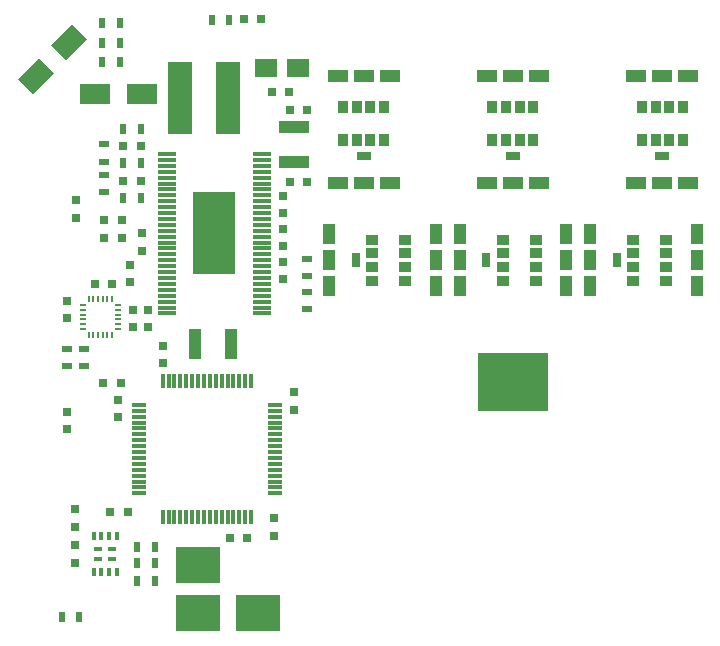
<source format=gtp>
G04 #@! TF.GenerationSoftware,KiCad,Pcbnew,(5.1.5-0)*
G04 #@! TF.CreationDate,2020-05-03T08:20:05+08:00*
G04 #@! TF.ProjectId,VESC_6,56455343-5f36-42e6-9b69-6361645f7063,A*
G04 #@! TF.SameCoordinates,Original*
G04 #@! TF.FileFunction,Paste,Top*
G04 #@! TF.FilePolarity,Positive*
%FSLAX46Y46*%
G04 Gerber Fmt 4.6, Leading zero omitted, Abs format (unit mm)*
G04 Created by KiCad (PCBNEW (5.1.5-0)) date 2020-05-03 08:20:05*
%MOMM*%
%LPD*%
G04 APERTURE LIST*
%ADD10R,3.810000X3.048000*%
%ADD11R,2.000000X6.200000*%
%ADD12R,1.699260X1.099820*%
%ADD13R,0.850900X1.099820*%
%ADD14R,1.300480X0.701040*%
%ADD15R,1.099820X1.699260*%
%ADD16R,1.099820X0.850900*%
%ADD17R,0.701040X1.300480*%
%ADD18R,0.800000X0.750000*%
%ADD19O,0.200000X0.550000*%
%ADD20O,0.550000X0.200000*%
%ADD21R,2.500000X1.800000*%
%ADD22R,0.750000X0.800000*%
%ADD23R,1.501140X0.299720*%
%ADD24R,3.599180X7.000240*%
%ADD25R,0.304800X1.193800*%
%ADD26R,1.193800X0.304800*%
%ADD27C,0.100000*%
%ADD28R,0.350000X0.650000*%
%ADD29R,0.720000X0.465000*%
%ADD30R,1.950000X1.500000*%
%ADD31R,1.000000X2.500000*%
%ADD32R,2.500000X1.000000*%
%ADD33R,0.500000X0.900000*%
%ADD34R,0.900000X0.500000*%
%ADD35R,6.000000X5.000000*%
G04 APERTURE END LIST*
D10*
X131064000Y-102235000D03*
X131064000Y-106299000D03*
X136144000Y-106299000D03*
D11*
X133572000Y-62738000D03*
X129572000Y-62738000D03*
D12*
X155534360Y-60906660D03*
X159933640Y-60906660D03*
X157734000Y-60906660D03*
X159933640Y-69905880D03*
X155534360Y-69905880D03*
X157734000Y-69905880D03*
D13*
X159463740Y-63454280D03*
X159463740Y-66255900D03*
X156004260Y-63454280D03*
X156004260Y-66255900D03*
X157154880Y-63454280D03*
X158313120Y-63454280D03*
X158313120Y-66255900D03*
X157154880Y-66255900D03*
D14*
X157734000Y-67655440D03*
D15*
X162219340Y-74254360D03*
X162219340Y-78653640D03*
X162219340Y-76454000D03*
X153220120Y-78653640D03*
X153220120Y-74254360D03*
X153220120Y-76454000D03*
D16*
X159671720Y-78183740D03*
X156870100Y-78183740D03*
X159671720Y-74724260D03*
X156870100Y-74724260D03*
X159671720Y-75874880D03*
X159671720Y-77033120D03*
X156870100Y-77033120D03*
X156870100Y-75874880D03*
D17*
X155470560Y-76454000D03*
D12*
X168193360Y-60906660D03*
X172592640Y-60906660D03*
X170393000Y-60906660D03*
X172592640Y-69905880D03*
X168193360Y-69905880D03*
X170393000Y-69905880D03*
D13*
X172122740Y-63454280D03*
X172122740Y-66255900D03*
X168663260Y-63454280D03*
X168663260Y-66255900D03*
X169813880Y-63454280D03*
X170972120Y-63454280D03*
X170972120Y-66255900D03*
X169813880Y-66255900D03*
D14*
X170393000Y-67655440D03*
D15*
X173281340Y-74254360D03*
X173281340Y-78653640D03*
X173281340Y-76454000D03*
X164282120Y-78653640D03*
X164282120Y-74254360D03*
X164282120Y-76454000D03*
D16*
X170733720Y-78183740D03*
X167932100Y-78183740D03*
X170733720Y-74724260D03*
X167932100Y-74724260D03*
X170733720Y-75874880D03*
X170733720Y-77033120D03*
X167932100Y-77033120D03*
X167932100Y-75874880D03*
D17*
X166532560Y-76454000D03*
D12*
X142887360Y-60906660D03*
X147286640Y-60906660D03*
X145087000Y-60906660D03*
X147286640Y-69905880D03*
X142887360Y-69905880D03*
X145087000Y-69905880D03*
D13*
X146816740Y-63454280D03*
X146816740Y-66255900D03*
X143357260Y-63454280D03*
X143357260Y-66255900D03*
X144507880Y-63454280D03*
X145666120Y-63454280D03*
X145666120Y-66255900D03*
X144507880Y-66255900D03*
D14*
X145087000Y-67655440D03*
D15*
X151183340Y-74254360D03*
X151183340Y-78653640D03*
X151183340Y-76454000D03*
X142184120Y-78653640D03*
X142184120Y-74254360D03*
X142184120Y-76454000D03*
D16*
X148635720Y-78183740D03*
X145834100Y-78183740D03*
X148635720Y-74724260D03*
X145834100Y-74724260D03*
X148635720Y-75874880D03*
X148635720Y-77033120D03*
X145834100Y-77033120D03*
X145834100Y-75874880D03*
D17*
X144434560Y-76454000D03*
D18*
X123646500Y-97746000D03*
X125146500Y-97746000D03*
D19*
X121809000Y-82780000D03*
X122209000Y-82780000D03*
X122609000Y-82780000D03*
X123009000Y-82780000D03*
X123409000Y-82780000D03*
X123809000Y-82780000D03*
D20*
X124309000Y-82280000D03*
X124309000Y-81880000D03*
X124309000Y-81480000D03*
X124309000Y-81080000D03*
X124309000Y-80680000D03*
X124309000Y-80280000D03*
D19*
X123809000Y-79780000D03*
X123409000Y-79780000D03*
X123009000Y-79780000D03*
X122609000Y-79780000D03*
X122209000Y-79780000D03*
X121809000Y-79780000D03*
D20*
X121309000Y-80280000D03*
X121309000Y-80680000D03*
X121309000Y-81080000D03*
X121309000Y-81480000D03*
X121309000Y-81880000D03*
X121309000Y-82280000D03*
D21*
X126333000Y-62357000D03*
X122333000Y-62357000D03*
D22*
X120015000Y-81395000D03*
X120015000Y-79895000D03*
D23*
X136461500Y-76471780D03*
X136461500Y-75971400D03*
X136461500Y-75471020D03*
X136461500Y-74970640D03*
X136461500Y-74470260D03*
X136461500Y-73972420D03*
X136461500Y-73472040D03*
X136461500Y-72971660D03*
X136461500Y-72471280D03*
X136461500Y-71970900D03*
X136461500Y-71470520D03*
X136461500Y-80970120D03*
X136461500Y-80472280D03*
X136461500Y-79971900D03*
X128460500Y-75471020D03*
X136461500Y-78971140D03*
X136461500Y-78470760D03*
X136461500Y-77970380D03*
X136461500Y-77472540D03*
X136461500Y-76972160D03*
X128460500Y-72971660D03*
X128460500Y-73472040D03*
X128460500Y-73972420D03*
X128460500Y-74470260D03*
X128460500Y-74970640D03*
X136461500Y-79471520D03*
X128460500Y-75971400D03*
X128460500Y-76471780D03*
X128460500Y-76972160D03*
X128460500Y-77472540D03*
X128460500Y-77970380D03*
X128460500Y-78470760D03*
X128460500Y-78971140D03*
X128460500Y-67472560D03*
X128460500Y-67970400D03*
X128460500Y-68470780D03*
X128460500Y-68971160D03*
X128460500Y-69471540D03*
X128460500Y-69971920D03*
X128460500Y-70472300D03*
X128460500Y-70970140D03*
X128460500Y-71470520D03*
X128460500Y-71970900D03*
X128460500Y-72471280D03*
X128460500Y-79471520D03*
X128460500Y-79971900D03*
X128460500Y-80472280D03*
X128460500Y-80970120D03*
X136461500Y-70970140D03*
X136461500Y-70472300D03*
X136461500Y-69971920D03*
X136461500Y-69471540D03*
X136461500Y-68971160D03*
X136461500Y-68470780D03*
X136461500Y-67970400D03*
X136461500Y-67472560D03*
D24*
X132461000Y-74168000D03*
D25*
X135576000Y-86706001D03*
X135076001Y-86706001D03*
X134576000Y-86706001D03*
X134076001Y-86706001D03*
X133575999Y-86706001D03*
X133076000Y-86706001D03*
X132576001Y-86706001D03*
X132076000Y-86706001D03*
X131576000Y-86706001D03*
X131075999Y-86706001D03*
X130576000Y-86706001D03*
X130076001Y-86706001D03*
X129575999Y-86706001D03*
X129076000Y-86706001D03*
X128575999Y-86706001D03*
X128076000Y-86706001D03*
D26*
X126076001Y-88706000D03*
X126076001Y-89205999D03*
X126076001Y-89706000D03*
X126076001Y-90205999D03*
X126076001Y-90706001D03*
X126076001Y-91206000D03*
X126076001Y-91705999D03*
X126076001Y-92206000D03*
X126076001Y-92706000D03*
X126076001Y-93206001D03*
X126076001Y-93706000D03*
X126076001Y-94205999D03*
X126076001Y-94706001D03*
X126076001Y-95206000D03*
X126076001Y-95706001D03*
X126076001Y-96206000D03*
D25*
X128076000Y-98205999D03*
X128575999Y-98205999D03*
X129076000Y-98205999D03*
X129575999Y-98205999D03*
X130076001Y-98205999D03*
X130576000Y-98205999D03*
X131075999Y-98205999D03*
X131576000Y-98205999D03*
X132076000Y-98205999D03*
X132576001Y-98205999D03*
X133076000Y-98205999D03*
X133575999Y-98205999D03*
X134076001Y-98205999D03*
X134576000Y-98205999D03*
X135076001Y-98205999D03*
X135576000Y-98205999D03*
D26*
X137575999Y-96206000D03*
X137575999Y-95706001D03*
X137575999Y-95206000D03*
X137575999Y-94706001D03*
X137575999Y-94205999D03*
X137575999Y-93706000D03*
X137575999Y-93206001D03*
X137575999Y-92706000D03*
X137575999Y-92206000D03*
X137575999Y-91705999D03*
X137575999Y-91206000D03*
X137575999Y-90706001D03*
X137575999Y-90205999D03*
X137575999Y-89706000D03*
X137575999Y-89205999D03*
X137575999Y-88706000D03*
D27*
G36*
X117083299Y-62370494D02*
G01*
X115810506Y-61097701D01*
X117578273Y-59329934D01*
X118851066Y-60602727D01*
X117083299Y-62370494D01*
G37*
G36*
X119911727Y-59542066D02*
G01*
X118638934Y-58269273D01*
X120406701Y-56501506D01*
X121679494Y-57774299D01*
X119911727Y-59542066D01*
G37*
D28*
X124200000Y-99789500D03*
X123550000Y-99789500D03*
X122900000Y-99789500D03*
X122250000Y-99789500D03*
X122250000Y-102889500D03*
X122900000Y-102889500D03*
X123550000Y-102889500D03*
X124200000Y-102889500D03*
D29*
X122625000Y-101727000D03*
X123825000Y-101727000D03*
X122625000Y-100952000D03*
X123825000Y-100952000D03*
D30*
X139551000Y-60198000D03*
X136801000Y-60198000D03*
D31*
X133834000Y-83566000D03*
X130834000Y-83566000D03*
D32*
X139192000Y-68175000D03*
X139192000Y-65175000D03*
D33*
X127445200Y-100711000D03*
X125945200Y-100711000D03*
X127445200Y-102108000D03*
X125945200Y-102108000D03*
X127445200Y-103632000D03*
X125945200Y-103632000D03*
D34*
X123113800Y-70727000D03*
X123113800Y-69227000D03*
X123113800Y-68136200D03*
X123113800Y-66636200D03*
D33*
X124751400Y-68249800D03*
X126251400Y-68249800D03*
X124751400Y-71196200D03*
X126251400Y-71196200D03*
X124726000Y-65354200D03*
X126226000Y-65354200D03*
X119519000Y-106680000D03*
X121019000Y-106680000D03*
X133719000Y-56134000D03*
X132219000Y-56134000D03*
X124448000Y-56388000D03*
X122948000Y-56388000D03*
X124448000Y-58039000D03*
X122948000Y-58039000D03*
X124448000Y-59690000D03*
X122948000Y-59690000D03*
D34*
X140335000Y-76339000D03*
X140335000Y-77839000D03*
X140335000Y-79133000D03*
X140335000Y-80633000D03*
D22*
X120015000Y-90793000D03*
X120015000Y-89293000D03*
X137541000Y-98310000D03*
X137541000Y-99810000D03*
D18*
X133743000Y-99949000D03*
X135243000Y-99949000D03*
D22*
X124269500Y-89777000D03*
X124269500Y-88277000D03*
X128143000Y-85205000D03*
X128143000Y-83705000D03*
X120751600Y-72886000D03*
X120751600Y-71386000D03*
X139192000Y-87654000D03*
X139192000Y-89154000D03*
D18*
X124625800Y-73101200D03*
X123125800Y-73101200D03*
X124625800Y-74549000D03*
X123125800Y-74549000D03*
X126251400Y-69723000D03*
X124751400Y-69723000D03*
D22*
X125349000Y-78347000D03*
X125349000Y-76847000D03*
D18*
X124726000Y-66802000D03*
X126226000Y-66802000D03*
D22*
X126365000Y-74180000D03*
X126365000Y-75680000D03*
X126873000Y-80657000D03*
X126873000Y-82157000D03*
D18*
X140323000Y-63754000D03*
X138823000Y-63754000D03*
D22*
X138303000Y-71005000D03*
X138303000Y-72505000D03*
X138303000Y-73799000D03*
X138303000Y-75299000D03*
X138303000Y-76593000D03*
X138303000Y-78093000D03*
D18*
X140323000Y-69850000D03*
X138823000Y-69850000D03*
X137299000Y-62230000D03*
X138799000Y-62230000D03*
D22*
X120650000Y-97548000D03*
X120650000Y-99048000D03*
X120650000Y-102096000D03*
X120650000Y-100596000D03*
D18*
X124511500Y-86868000D03*
X123011500Y-86868000D03*
X134936800Y-56083200D03*
X136436800Y-56083200D03*
D22*
X125603000Y-82157000D03*
X125603000Y-80657000D03*
D18*
X122313000Y-78486000D03*
X123813000Y-78486000D03*
D35*
X157734000Y-86800000D03*
D34*
X120015000Y-85459000D03*
X120015000Y-83959000D03*
X121412000Y-85459000D03*
X121412000Y-83959000D03*
M02*

</source>
